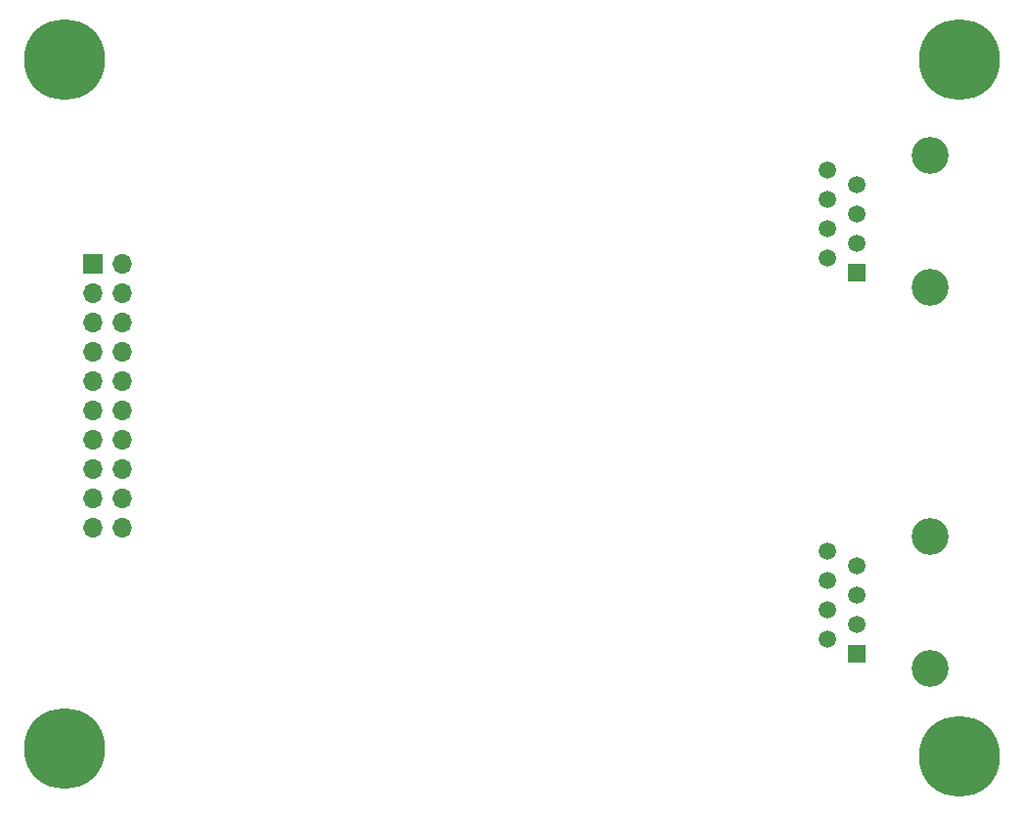
<source format=gbr>
G04 #@! TF.GenerationSoftware,KiCad,Pcbnew,5.1.5-52549c5~84~ubuntu19.10.1*
G04 #@! TF.CreationDate,2020-02-18T09:16:58-05:00*
G04 #@! TF.ProjectId,adapter,61646170-7465-4722-9e6b-696361645f70,rev?*
G04 #@! TF.SameCoordinates,Original*
G04 #@! TF.FileFunction,Soldermask,Bot*
G04 #@! TF.FilePolarity,Negative*
%FSLAX46Y46*%
G04 Gerber Fmt 4.6, Leading zero omitted, Abs format (unit mm)*
G04 Created by KiCad (PCBNEW 5.1.5-52549c5~84~ubuntu19.10.1) date 2020-02-18 09:16:58*
%MOMM*%
%LPD*%
G04 APERTURE LIST*
%ADD10C,0.800000*%
%ADD11C,7.000000*%
%ADD12C,1.500000*%
%ADD13R,1.500000X1.500000*%
%ADD14C,3.200000*%
%ADD15R,1.700000X1.700000*%
%ADD16O,1.700000X1.700000*%
G04 APERTURE END LIST*
D10*
X142191155Y-108633845D03*
X140335000Y-107865000D03*
X138478845Y-108633845D03*
X137710000Y-110490000D03*
X138478845Y-112346155D03*
X140335000Y-113115000D03*
X142191155Y-112346155D03*
X142960000Y-110490000D03*
D11*
X140335000Y-110490000D03*
D10*
X64721155Y-107998845D03*
X62865000Y-107230000D03*
X61008845Y-107998845D03*
X60240000Y-109855000D03*
X61008845Y-111711155D03*
X62865000Y-112480000D03*
X64721155Y-111711155D03*
X65490000Y-109855000D03*
D11*
X62865000Y-109855000D03*
D10*
X142191155Y-48308845D03*
X140335000Y-47540000D03*
X138478845Y-48308845D03*
X137710000Y-50165000D03*
X138478845Y-52021155D03*
X140335000Y-52790000D03*
X142191155Y-52021155D03*
X142960000Y-50165000D03*
D11*
X140335000Y-50165000D03*
D10*
X64721155Y-48308845D03*
X62865000Y-47540000D03*
X61008845Y-48308845D03*
X60240000Y-50165000D03*
X61008845Y-52021155D03*
X62865000Y-52790000D03*
X64721155Y-52021155D03*
X65490000Y-50165000D03*
D11*
X62865000Y-50165000D03*
D12*
X128905000Y-59690000D03*
X131445000Y-60960000D03*
X128905000Y-62230000D03*
X131445000Y-63500000D03*
X128905000Y-64770000D03*
X131445000Y-66040000D03*
X128905000Y-67310000D03*
D13*
X131445000Y-68580000D03*
D14*
X137795000Y-69850000D03*
X137795000Y-58420000D03*
X137795000Y-91440000D03*
X137795000Y-102870000D03*
D13*
X131445000Y-101600000D03*
D12*
X128905000Y-100330000D03*
X131445000Y-99060000D03*
X128905000Y-97790000D03*
X131445000Y-96520000D03*
X128905000Y-95250000D03*
X131445000Y-93980000D03*
X128905000Y-92710000D03*
D15*
X65325001Y-67865001D03*
D16*
X67865001Y-67865001D03*
X65325001Y-70405001D03*
X67865001Y-70405001D03*
X65325001Y-72945001D03*
X67865001Y-72945001D03*
X65325001Y-75485001D03*
X67865001Y-75485001D03*
X65325001Y-78025001D03*
X67865001Y-78025001D03*
X65325001Y-80565001D03*
X67865001Y-80565001D03*
X65325001Y-83105001D03*
X67865001Y-83105001D03*
X65325001Y-85645001D03*
X67865001Y-85645001D03*
X65325001Y-88185001D03*
X67865001Y-88185001D03*
X65325001Y-90725001D03*
X67865001Y-90725001D03*
M02*

</source>
